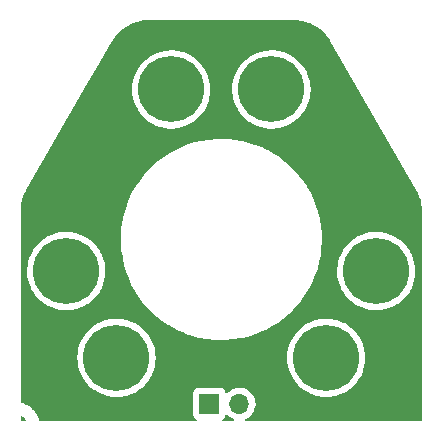
<source format=gbl>
%TF.GenerationSoftware,KiCad,Pcbnew,6.0.9-8da3e8f707~117~ubuntu22.04.1*%
%TF.CreationDate,2022-12-16T00:29:24-08:00*%
%TF.ProjectId,xyz_touch_probe,78797a5f-746f-4756-9368-5f70726f6265,rev?*%
%TF.SameCoordinates,Original*%
%TF.FileFunction,Copper,L2,Bot*%
%TF.FilePolarity,Positive*%
%FSLAX46Y46*%
G04 Gerber Fmt 4.6, Leading zero omitted, Abs format (unit mm)*
G04 Created by KiCad (PCBNEW 6.0.9-8da3e8f707~117~ubuntu22.04.1) date 2022-12-16 00:29:24*
%MOMM*%
%LPD*%
G01*
G04 APERTURE LIST*
%TA.AperFunction,ComponentPad*%
%ADD10C,5.600000*%
%TD*%
%TA.AperFunction,ComponentPad*%
%ADD11R,1.700000X1.700000*%
%TD*%
%TA.AperFunction,ComponentPad*%
%ADD12O,1.700000X1.700000*%
%TD*%
G04 APERTURE END LIST*
D10*
%TO.P,H6,1,1*%
%TO.N,Net-(H6-Pad1)*%
X156377202Y-133109652D03*
%TD*%
%TO.P,H5,1,1*%
%TO.N,Net-(H4-Pad1)*%
X160619843Y-125761182D03*
%TD*%
%TO.P,H4,1,1*%
%TO.N,Net-(H4-Pad1)*%
X151742641Y-110385417D03*
%TD*%
%TO.P,H3,1,1*%
%TO.N,Net-(H2-Pad1)*%
X143257359Y-110385417D03*
%TD*%
%TO.P,H2,1,1*%
%TO.N,Net-(H2-Pad1)*%
X134380157Y-125761182D03*
%TD*%
%TO.P,H1,1,1*%
%TO.N,Net-(H1-Pad1)*%
X138622798Y-133109652D03*
%TD*%
D11*
%TO.P,J1,1,Pin_1*%
%TO.N,Net-(H1-Pad1)*%
X146500000Y-137000000D03*
D12*
%TO.P,J1,2,Pin_2*%
%TO.N,Net-(H6-Pad1)*%
X149040000Y-137000000D03*
%TD*%
%TA.AperFunction,NonConductor*%
G36*
X130720028Y-138095014D02*
G01*
X130743415Y-138116632D01*
X130852182Y-138217176D01*
X130867611Y-138234311D01*
X130909279Y-138290111D01*
X130934011Y-138356661D01*
X130918837Y-138426017D01*
X130868575Y-138476159D01*
X130808321Y-138491500D01*
X130634500Y-138491500D01*
X130566379Y-138471498D01*
X130519886Y-138417842D01*
X130508500Y-138365500D01*
X130508500Y-138187538D01*
X130528502Y-138119417D01*
X130582158Y-138072924D01*
X130652432Y-138062820D01*
X130720028Y-138095014D01*
G37*
%TD.AperFunction*%
%TA.AperFunction,NonConductor*%
G36*
X148023150Y-137913126D02*
G01*
X148057817Y-137941114D01*
X148086250Y-137973938D01*
X148258126Y-138116632D01*
X148451000Y-138229338D01*
X148455825Y-138231180D01*
X148455826Y-138231181D01*
X148499321Y-138247790D01*
X148555824Y-138290778D01*
X148580117Y-138357489D01*
X148564487Y-138426743D01*
X148513896Y-138476554D01*
X148454372Y-138491500D01*
X147720226Y-138491500D01*
X147652105Y-138471498D01*
X147605612Y-138417842D01*
X147595508Y-138347568D01*
X147625002Y-138282988D01*
X147644661Y-138264674D01*
X147706080Y-138218643D01*
X147706081Y-138218642D01*
X147713261Y-138213261D01*
X147800615Y-138096705D01*
X147809530Y-138072924D01*
X147844598Y-137979382D01*
X147887240Y-137922618D01*
X147953802Y-137897918D01*
X148023150Y-137913126D01*
G37*
%TD.AperFunction*%
%TA.AperFunction,NonConductor*%
G36*
X153660617Y-104510000D02*
G01*
X153675450Y-104512310D01*
X153675454Y-104512310D01*
X153684323Y-104513691D01*
X153693225Y-104512527D01*
X153693229Y-104512527D01*
X153703971Y-104511122D01*
X153726302Y-104510201D01*
X154016483Y-104524024D01*
X154028419Y-104525163D01*
X154186929Y-104547953D01*
X154345440Y-104570743D01*
X154357203Y-104573011D01*
X154648873Y-104643769D01*
X154668432Y-104648514D01*
X154679936Y-104651892D01*
X154907271Y-104730573D01*
X154982587Y-104756640D01*
X154993699Y-104761088D01*
X155285055Y-104894146D01*
X155295693Y-104899631D01*
X155434372Y-104979697D01*
X155573045Y-105059760D01*
X155583132Y-105066242D01*
X155844020Y-105252019D01*
X155853438Y-105259426D01*
X156095485Y-105469161D01*
X156104139Y-105477411D01*
X156325154Y-105709206D01*
X156325159Y-105709211D01*
X156333007Y-105718268D01*
X156361172Y-105754082D01*
X156530982Y-105970013D01*
X156537937Y-105979781D01*
X156691002Y-106217956D01*
X156702516Y-106240612D01*
X156706694Y-106251410D01*
X156712149Y-106258531D01*
X156712150Y-106258534D01*
X156726050Y-106276681D01*
X156735139Y-106290297D01*
X163999047Y-118871754D01*
X164007436Y-118889281D01*
X164016097Y-118911669D01*
X164028643Y-118928048D01*
X164040373Y-118946479D01*
X164161841Y-119179811D01*
X164166486Y-119189773D01*
X164278839Y-119461008D01*
X164282598Y-119471334D01*
X164319252Y-119587579D01*
X164370889Y-119751346D01*
X164373734Y-119761963D01*
X164437284Y-120048605D01*
X164439189Y-120059410D01*
X164439190Y-120059415D01*
X164439190Y-120059417D01*
X164477515Y-120350503D01*
X164478473Y-120361452D01*
X164489621Y-120616695D01*
X164488240Y-120641581D01*
X164487690Y-120645110D01*
X164487690Y-120645115D01*
X164486309Y-120653984D01*
X164487949Y-120666523D01*
X164490436Y-120685541D01*
X164491500Y-120701880D01*
X164491500Y-138365500D01*
X164471498Y-138433621D01*
X164417842Y-138480114D01*
X164365500Y-138491500D01*
X149627160Y-138491500D01*
X149559039Y-138471498D01*
X149512546Y-138417842D01*
X149502442Y-138347568D01*
X149531936Y-138282988D01*
X149571728Y-138252349D01*
X149672929Y-138202771D01*
X149737994Y-138170896D01*
X149919860Y-138041173D01*
X150078096Y-137883489D01*
X150208453Y-137702077D01*
X150246654Y-137624784D01*
X150305136Y-137506453D01*
X150305137Y-137506451D01*
X150307430Y-137501811D01*
X150372370Y-137288069D01*
X150401529Y-137066590D01*
X150403156Y-137000000D01*
X150384852Y-136777361D01*
X150330431Y-136560702D01*
X150241354Y-136355840D01*
X150137719Y-136195644D01*
X150122822Y-136172617D01*
X150122820Y-136172614D01*
X150120014Y-136168277D01*
X149969670Y-136003051D01*
X149965619Y-135999852D01*
X149965615Y-135999848D01*
X149798414Y-135867800D01*
X149798410Y-135867798D01*
X149794359Y-135864598D01*
X149598789Y-135756638D01*
X149593920Y-135754914D01*
X149593916Y-135754912D01*
X149393087Y-135683795D01*
X149393083Y-135683794D01*
X149388212Y-135682069D01*
X149383119Y-135681162D01*
X149383116Y-135681161D01*
X149173373Y-135643800D01*
X149173367Y-135643799D01*
X149168284Y-135642894D01*
X149094452Y-135641992D01*
X148950081Y-135640228D01*
X148950079Y-135640228D01*
X148944911Y-135640165D01*
X148724091Y-135673955D01*
X148511756Y-135743357D01*
X148313607Y-135846507D01*
X148309474Y-135849610D01*
X148309471Y-135849612D01*
X148139100Y-135977530D01*
X148134965Y-135980635D01*
X148078537Y-136039684D01*
X148054283Y-136065064D01*
X147992759Y-136100494D01*
X147921846Y-136097037D01*
X147864060Y-136055791D01*
X147845207Y-136022243D01*
X147803767Y-135911703D01*
X147800615Y-135903295D01*
X147713261Y-135786739D01*
X147596705Y-135699385D01*
X147460316Y-135648255D01*
X147398134Y-135641500D01*
X145601866Y-135641500D01*
X145539684Y-135648255D01*
X145403295Y-135699385D01*
X145286739Y-135786739D01*
X145199385Y-135903295D01*
X145148255Y-136039684D01*
X145141500Y-136101866D01*
X145141500Y-137898134D01*
X145148255Y-137960316D01*
X145199385Y-138096705D01*
X145286739Y-138213261D01*
X145293919Y-138218642D01*
X145293920Y-138218643D01*
X145355339Y-138264674D01*
X145397854Y-138321533D01*
X145402880Y-138392352D01*
X145368820Y-138454645D01*
X145306489Y-138488635D01*
X145279774Y-138491500D01*
X132216537Y-138491500D01*
X132148416Y-138471498D01*
X132101923Y-138417842D01*
X132097764Y-138407560D01*
X132059893Y-138300615D01*
X132000934Y-138134119D01*
X131864907Y-137870572D01*
X131851226Y-137851105D01*
X131746487Y-137702077D01*
X131694372Y-137627925D01*
X131581493Y-137506453D01*
X131495404Y-137413810D01*
X131495401Y-137413808D01*
X131492483Y-137410667D01*
X131489168Y-137407953D01*
X131489164Y-137407950D01*
X131266295Y-137225534D01*
X131262977Y-137222818D01*
X131010101Y-137067856D01*
X130999586Y-137063240D01*
X130742465Y-136950372D01*
X130738533Y-136948646D01*
X130711776Y-136941024D01*
X130599981Y-136909178D01*
X130539946Y-136871279D01*
X130509932Y-136806939D01*
X130508500Y-136787999D01*
X130508500Y-133098086D01*
X135309459Y-133098086D01*
X135327590Y-133455992D01*
X135328127Y-133459347D01*
X135328128Y-133459353D01*
X135333114Y-133490480D01*
X135384268Y-133809847D01*
X135478831Y-134155511D01*
X135610172Y-134488940D01*
X135776755Y-134806234D01*
X135778656Y-134809063D01*
X135778662Y-134809073D01*
X135962367Y-135082452D01*
X135976632Y-135103681D01*
X136207463Y-135377802D01*
X136466549Y-135625390D01*
X136750859Y-135843549D01*
X136781372Y-135862101D01*
X137054153Y-136027955D01*
X137054158Y-136027958D01*
X137057068Y-136029727D01*
X137060156Y-136031173D01*
X137060155Y-136031173D01*
X137378508Y-136180301D01*
X137378518Y-136180305D01*
X137381592Y-136181745D01*
X137384810Y-136182847D01*
X137384813Y-136182848D01*
X137717413Y-136296723D01*
X137717421Y-136296725D01*
X137720636Y-136297826D01*
X138070233Y-136376611D01*
X138122526Y-136382569D01*
X138422912Y-136416794D01*
X138422920Y-136416794D01*
X138426295Y-136417179D01*
X138429699Y-136417197D01*
X138429702Y-136417197D01*
X138624025Y-136418214D01*
X138784655Y-136419055D01*
X138788041Y-136418705D01*
X138788043Y-136418705D01*
X139137730Y-136382569D01*
X139137739Y-136382568D01*
X139141122Y-136382218D01*
X139144455Y-136381504D01*
X139144458Y-136381503D01*
X139316984Y-136344516D01*
X139491525Y-136307098D01*
X139831766Y-136194574D01*
X140157864Y-136045963D01*
X140273118Y-135977530D01*
X140463060Y-135864751D01*
X140463065Y-135864748D01*
X140466005Y-135863002D01*
X140487975Y-135846507D01*
X140627497Y-135741750D01*
X140752584Y-135647832D01*
X141014249Y-135402971D01*
X141247938Y-135131282D01*
X141354548Y-134976164D01*
X141448988Y-134838753D01*
X141448993Y-134838746D01*
X141450918Y-134835944D01*
X141452530Y-134832950D01*
X141452535Y-134832942D01*
X141619193Y-134523424D01*
X141620815Y-134520412D01*
X141755640Y-134188376D01*
X141765940Y-134152220D01*
X141786325Y-134080658D01*
X141853818Y-133843722D01*
X141914199Y-133490480D01*
X141916309Y-133455992D01*
X141935966Y-133134580D01*
X141936076Y-133132783D01*
X141936157Y-133109652D01*
X141935531Y-133098086D01*
X153063863Y-133098086D01*
X153081994Y-133455992D01*
X153082531Y-133459347D01*
X153082532Y-133459353D01*
X153087518Y-133490480D01*
X153138672Y-133809847D01*
X153233235Y-134155511D01*
X153364576Y-134488940D01*
X153531159Y-134806234D01*
X153533060Y-134809063D01*
X153533066Y-134809073D01*
X153716771Y-135082452D01*
X153731036Y-135103681D01*
X153961867Y-135377802D01*
X154220953Y-135625390D01*
X154505263Y-135843549D01*
X154535776Y-135862101D01*
X154808557Y-136027955D01*
X154808562Y-136027958D01*
X154811472Y-136029727D01*
X154814560Y-136031173D01*
X154814559Y-136031173D01*
X155132912Y-136180301D01*
X155132922Y-136180305D01*
X155135996Y-136181745D01*
X155139214Y-136182847D01*
X155139217Y-136182848D01*
X155471817Y-136296723D01*
X155471825Y-136296725D01*
X155475040Y-136297826D01*
X155824637Y-136376611D01*
X155876930Y-136382569D01*
X156177316Y-136416794D01*
X156177324Y-136416794D01*
X156180699Y-136417179D01*
X156184103Y-136417197D01*
X156184106Y-136417197D01*
X156378429Y-136418214D01*
X156539059Y-136419055D01*
X156542445Y-136418705D01*
X156542447Y-136418705D01*
X156892134Y-136382569D01*
X156892143Y-136382568D01*
X156895526Y-136382218D01*
X156898859Y-136381504D01*
X156898862Y-136381503D01*
X157071388Y-136344516D01*
X157245929Y-136307098D01*
X157586170Y-136194574D01*
X157912268Y-136045963D01*
X158027522Y-135977530D01*
X158217464Y-135864751D01*
X158217469Y-135864748D01*
X158220409Y-135863002D01*
X158242379Y-135846507D01*
X158381901Y-135741750D01*
X158506988Y-135647832D01*
X158768653Y-135402971D01*
X159002342Y-135131282D01*
X159108952Y-134976164D01*
X159203392Y-134838753D01*
X159203397Y-134838746D01*
X159205322Y-134835944D01*
X159206934Y-134832950D01*
X159206939Y-134832942D01*
X159373597Y-134523424D01*
X159375219Y-134520412D01*
X159510044Y-134188376D01*
X159520344Y-134152220D01*
X159540729Y-134080658D01*
X159608222Y-133843722D01*
X159668603Y-133490480D01*
X159670713Y-133455992D01*
X159690370Y-133134580D01*
X159690480Y-133132783D01*
X159690561Y-133109652D01*
X159671181Y-132751811D01*
X159613268Y-132398157D01*
X159517499Y-132052825D01*
X159514445Y-132045149D01*
X159386254Y-131723021D01*
X159384995Y-131719857D01*
X159305132Y-131569022D01*
X159218904Y-131406165D01*
X159218900Y-131406158D01*
X159217305Y-131403146D01*
X159016392Y-131106398D01*
X158784605Y-130833084D01*
X158524656Y-130586402D01*
X158239586Y-130369237D01*
X158236674Y-130367480D01*
X158236669Y-130367477D01*
X157935645Y-130185888D01*
X157935639Y-130185885D01*
X157932730Y-130184130D01*
X157607677Y-130033245D01*
X157425666Y-129971638D01*
X157271457Y-129919441D01*
X157271452Y-129919440D01*
X157268230Y-129918349D01*
X157069883Y-129874376D01*
X156921695Y-129841523D01*
X156921689Y-129841522D01*
X156918360Y-129840784D01*
X156914971Y-129840410D01*
X156914966Y-129840409D01*
X156565540Y-129801832D01*
X156565535Y-129801832D01*
X156562159Y-129801459D01*
X156558760Y-129801453D01*
X156558759Y-129801453D01*
X156389282Y-129801157D01*
X156203794Y-129800834D01*
X156090615Y-129812929D01*
X155850841Y-129838553D01*
X155850833Y-129838554D01*
X155847458Y-129838915D01*
X155497319Y-129915258D01*
X155157473Y-130028969D01*
X155154380Y-130030391D01*
X155154379Y-130030392D01*
X155148176Y-130033245D01*
X154831896Y-130178718D01*
X154524395Y-130362753D01*
X154521669Y-130364815D01*
X154521667Y-130364816D01*
X154241764Y-130576506D01*
X154238569Y-130578922D01*
X154236084Y-130581264D01*
X154236079Y-130581268D01*
X154138828Y-130672913D01*
X153977761Y-130824695D01*
X153745021Y-131097198D01*
X153743102Y-131100010D01*
X153743099Y-131100015D01*
X153706645Y-131153455D01*
X153543073Y-131393243D01*
X153374279Y-131709366D01*
X153240613Y-132041870D01*
X153239693Y-132045144D01*
X153239691Y-132045149D01*
X153237534Y-132052825D01*
X153143639Y-132386865D01*
X153084492Y-132740315D01*
X153063863Y-133098086D01*
X141935531Y-133098086D01*
X141916777Y-132751811D01*
X141858864Y-132398157D01*
X141763095Y-132052825D01*
X141760041Y-132045149D01*
X141631850Y-131723021D01*
X141630591Y-131719857D01*
X141550728Y-131569022D01*
X141464500Y-131406165D01*
X141464496Y-131406158D01*
X141462901Y-131403146D01*
X141261988Y-131106398D01*
X141030201Y-130833084D01*
X140770252Y-130586402D01*
X140485182Y-130369237D01*
X140482270Y-130367480D01*
X140482265Y-130367477D01*
X140181241Y-130185888D01*
X140181235Y-130185885D01*
X140178326Y-130184130D01*
X139853273Y-130033245D01*
X139671262Y-129971638D01*
X139517053Y-129919441D01*
X139517048Y-129919440D01*
X139513826Y-129918349D01*
X139315479Y-129874376D01*
X139167291Y-129841523D01*
X139167285Y-129841522D01*
X139163956Y-129840784D01*
X139160567Y-129840410D01*
X139160562Y-129840409D01*
X138811136Y-129801832D01*
X138811131Y-129801832D01*
X138807755Y-129801459D01*
X138804356Y-129801453D01*
X138804355Y-129801453D01*
X138634878Y-129801157D01*
X138449390Y-129800834D01*
X138336211Y-129812929D01*
X138096437Y-129838553D01*
X138096429Y-129838554D01*
X138093054Y-129838915D01*
X137742915Y-129915258D01*
X137403069Y-130028969D01*
X137399976Y-130030391D01*
X137399975Y-130030392D01*
X137393772Y-130033245D01*
X137077492Y-130178718D01*
X136769991Y-130362753D01*
X136767265Y-130364815D01*
X136767263Y-130364816D01*
X136487360Y-130576506D01*
X136484165Y-130578922D01*
X136481680Y-130581264D01*
X136481675Y-130581268D01*
X136384424Y-130672913D01*
X136223357Y-130824695D01*
X135990617Y-131097198D01*
X135988698Y-131100010D01*
X135988695Y-131100015D01*
X135952241Y-131153455D01*
X135788669Y-131393243D01*
X135619875Y-131709366D01*
X135486209Y-132041870D01*
X135485289Y-132045144D01*
X135485287Y-132045149D01*
X135483130Y-132052825D01*
X135389235Y-132386865D01*
X135330088Y-132740315D01*
X135309459Y-133098086D01*
X130508500Y-133098086D01*
X130508500Y-125749616D01*
X131066818Y-125749616D01*
X131084949Y-126107522D01*
X131085486Y-126110877D01*
X131085487Y-126110883D01*
X131090473Y-126142010D01*
X131141627Y-126461377D01*
X131236190Y-126807041D01*
X131367531Y-127140470D01*
X131392215Y-127187487D01*
X131513827Y-127419122D01*
X131534114Y-127457764D01*
X131536015Y-127460593D01*
X131536021Y-127460603D01*
X131660137Y-127645305D01*
X131733991Y-127755211D01*
X131964822Y-128029332D01*
X132223908Y-128276920D01*
X132508218Y-128495079D01*
X132540213Y-128514532D01*
X132811512Y-128679485D01*
X132811517Y-128679488D01*
X132814427Y-128681257D01*
X132817515Y-128682703D01*
X132817514Y-128682703D01*
X133135867Y-128831831D01*
X133135877Y-128831835D01*
X133138951Y-128833275D01*
X133142169Y-128834377D01*
X133142172Y-128834378D01*
X133474772Y-128948253D01*
X133474780Y-128948255D01*
X133477995Y-128949356D01*
X133827592Y-129028141D01*
X133879885Y-129034099D01*
X134180271Y-129068324D01*
X134180279Y-129068324D01*
X134183654Y-129068709D01*
X134187058Y-129068727D01*
X134187061Y-129068727D01*
X134381384Y-129069744D01*
X134542014Y-129070585D01*
X134545400Y-129070235D01*
X134545402Y-129070235D01*
X134895089Y-129034099D01*
X134895098Y-129034098D01*
X134898481Y-129033748D01*
X134901814Y-129033034D01*
X134901817Y-129033033D01*
X135074343Y-128996046D01*
X135248884Y-128958628D01*
X135589125Y-128846104D01*
X135915223Y-128697493D01*
X136109602Y-128582079D01*
X136220419Y-128516281D01*
X136220424Y-128516278D01*
X136223364Y-128514532D01*
X136509943Y-128299362D01*
X136771608Y-128054501D01*
X137005297Y-127782812D01*
X137200093Y-127499382D01*
X137206347Y-127490283D01*
X137206352Y-127490276D01*
X137208277Y-127487474D01*
X137209889Y-127484480D01*
X137209894Y-127484472D01*
X137376552Y-127174954D01*
X137378174Y-127171942D01*
X137484262Y-126910678D01*
X137511719Y-126843059D01*
X137511721Y-126843054D01*
X137512999Y-126839906D01*
X137523299Y-126803750D01*
X137583927Y-126590913D01*
X137611177Y-126495252D01*
X137671558Y-126142010D01*
X137673668Y-126107522D01*
X137693325Y-125786110D01*
X137693435Y-125784313D01*
X137693516Y-125761182D01*
X137674136Y-125403341D01*
X137616223Y-125049687D01*
X137520454Y-124704355D01*
X137517400Y-124696679D01*
X137389209Y-124374551D01*
X137387950Y-124371387D01*
X137272022Y-124152437D01*
X137221859Y-124057695D01*
X137221855Y-124057688D01*
X137220260Y-124054676D01*
X137019347Y-123757928D01*
X136787560Y-123484614D01*
X136527611Y-123237932D01*
X136242541Y-123020767D01*
X136239629Y-123019010D01*
X136239624Y-123019007D01*
X136201926Y-122996266D01*
X138987004Y-122996266D01*
X138990337Y-123137717D01*
X138999268Y-123516658D01*
X139000654Y-123575486D01*
X139000852Y-123577639D01*
X139044426Y-124051851D01*
X139053668Y-124152437D01*
X139054010Y-124154560D01*
X139141329Y-124696679D01*
X139145801Y-124724446D01*
X139276626Y-125288863D01*
X139445537Y-125843076D01*
X139651752Y-126384517D01*
X139652655Y-126386475D01*
X139652658Y-126386483D01*
X139765528Y-126631315D01*
X139894316Y-126910678D01*
X140172105Y-127419122D01*
X140483832Y-127907496D01*
X140828055Y-128373536D01*
X140829451Y-128375179D01*
X140829454Y-128375183D01*
X141104482Y-128698911D01*
X141203178Y-128815084D01*
X141204675Y-128816621D01*
X141204678Y-128816624D01*
X141605971Y-129228563D01*
X141605980Y-129228572D01*
X141607465Y-129230096D01*
X142039042Y-129616649D01*
X142040722Y-129617959D01*
X142494225Y-129971638D01*
X142494237Y-129971647D01*
X142495912Y-129972953D01*
X142975958Y-130297358D01*
X143088544Y-130362753D01*
X143475109Y-130587288D01*
X143475118Y-130587293D01*
X143476957Y-130588361D01*
X143725697Y-130711026D01*
X143978484Y-130835687D01*
X143996588Y-130844615D01*
X144252769Y-130949944D01*
X144530474Y-131064123D01*
X144530484Y-131064127D01*
X144532445Y-131064933D01*
X144797780Y-131153455D01*
X145080019Y-131247617D01*
X145080026Y-131247619D01*
X145082046Y-131248293D01*
X145642846Y-131393848D01*
X145644943Y-131394242D01*
X145644946Y-131394243D01*
X145708345Y-131406165D01*
X146212247Y-131500923D01*
X146214354Y-131501172D01*
X146214358Y-131501173D01*
X146423894Y-131525973D01*
X146787612Y-131569022D01*
X146789758Y-131569129D01*
X146789760Y-131569129D01*
X147364143Y-131597724D01*
X147364149Y-131597724D01*
X147366276Y-131597830D01*
X147368405Y-131597791D01*
X147368407Y-131597791D01*
X147514164Y-131595120D01*
X147945560Y-131587213D01*
X148325116Y-131554340D01*
X148520635Y-131537406D01*
X148520639Y-131537406D01*
X148522781Y-131537220D01*
X149095264Y-131448083D01*
X149350058Y-131390429D01*
X149658274Y-131320687D01*
X149658280Y-131320685D01*
X149660359Y-131320215D01*
X150215448Y-131154208D01*
X150217445Y-131153459D01*
X150217458Y-131153455D01*
X150574739Y-131019517D01*
X150757961Y-130950831D01*
X150989770Y-130845434D01*
X151283442Y-130711910D01*
X151283456Y-130711903D01*
X151285385Y-130711026D01*
X151287256Y-130710017D01*
X151287265Y-130710012D01*
X151793381Y-130436926D01*
X151793380Y-130436926D01*
X151795277Y-130435903D01*
X152285276Y-130126737D01*
X152287001Y-130125477D01*
X152287011Y-130125470D01*
X152751381Y-129786224D01*
X152751389Y-129786218D01*
X152753112Y-129784959D01*
X153196619Y-129412153D01*
X153198147Y-129410680D01*
X153198157Y-129410671D01*
X153589154Y-129033748D01*
X153613742Y-129010045D01*
X154002549Y-128580497D01*
X154240235Y-128278995D01*
X154359916Y-128127180D01*
X154359919Y-128127176D01*
X154361241Y-128125499D01*
X154511474Y-127905679D01*
X154686939Y-127648939D01*
X154686946Y-127648928D01*
X154688155Y-127647159D01*
X154981777Y-127147690D01*
X155240748Y-126629408D01*
X155241565Y-126627450D01*
X155241571Y-126627437D01*
X155463045Y-126096685D01*
X155463048Y-126096677D01*
X155463868Y-126094712D01*
X155581012Y-125749616D01*
X157306504Y-125749616D01*
X157324635Y-126107522D01*
X157325172Y-126110877D01*
X157325173Y-126110883D01*
X157330159Y-126142010D01*
X157381313Y-126461377D01*
X157475876Y-126807041D01*
X157607217Y-127140470D01*
X157631901Y-127187487D01*
X157753513Y-127419122D01*
X157773800Y-127457764D01*
X157775701Y-127460593D01*
X157775707Y-127460603D01*
X157899823Y-127645305D01*
X157973677Y-127755211D01*
X158204508Y-128029332D01*
X158463594Y-128276920D01*
X158747904Y-128495079D01*
X158779899Y-128514532D01*
X159051198Y-128679485D01*
X159051203Y-128679488D01*
X159054113Y-128681257D01*
X159057201Y-128682703D01*
X159057200Y-128682703D01*
X159375553Y-128831831D01*
X159375563Y-128831835D01*
X159378637Y-128833275D01*
X159381855Y-128834377D01*
X159381858Y-128834378D01*
X159714458Y-128948253D01*
X159714466Y-128948255D01*
X159717681Y-128949356D01*
X160067278Y-129028141D01*
X160119571Y-129034099D01*
X160419957Y-129068324D01*
X160419965Y-129068324D01*
X160423340Y-129068709D01*
X160426744Y-129068727D01*
X160426747Y-129068727D01*
X160621070Y-129069744D01*
X160781700Y-129070585D01*
X160785086Y-129070235D01*
X160785088Y-129070235D01*
X161134775Y-129034099D01*
X161134784Y-129034098D01*
X161138167Y-129033748D01*
X161141500Y-129033034D01*
X161141503Y-129033033D01*
X161314029Y-128996046D01*
X161488570Y-128958628D01*
X161828811Y-128846104D01*
X162154909Y-128697493D01*
X162349288Y-128582079D01*
X162460105Y-128516281D01*
X162460110Y-128516278D01*
X162463050Y-128514532D01*
X162749629Y-128299362D01*
X163011294Y-128054501D01*
X163244983Y-127782812D01*
X163439779Y-127499382D01*
X163446033Y-127490283D01*
X163446038Y-127490276D01*
X163447963Y-127487474D01*
X163449575Y-127484480D01*
X163449580Y-127484472D01*
X163616238Y-127174954D01*
X163617860Y-127171942D01*
X163723948Y-126910678D01*
X163751405Y-126843059D01*
X163751407Y-126843054D01*
X163752685Y-126839906D01*
X163762985Y-126803750D01*
X163823613Y-126590913D01*
X163850863Y-126495252D01*
X163911244Y-126142010D01*
X163913354Y-126107522D01*
X163933011Y-125786110D01*
X163933121Y-125784313D01*
X163933202Y-125761182D01*
X163913822Y-125403341D01*
X163855909Y-125049687D01*
X163760140Y-124704355D01*
X163757086Y-124696679D01*
X163628895Y-124374551D01*
X163627636Y-124371387D01*
X163511708Y-124152437D01*
X163461545Y-124057695D01*
X163461541Y-124057688D01*
X163459946Y-124054676D01*
X163259033Y-123757928D01*
X163027246Y-123484614D01*
X162767297Y-123237932D01*
X162482227Y-123020767D01*
X162479315Y-123019010D01*
X162479310Y-123019007D01*
X162178286Y-122837418D01*
X162178280Y-122837415D01*
X162175371Y-122835660D01*
X161850318Y-122684775D01*
X161605689Y-122601973D01*
X161514098Y-122570971D01*
X161514093Y-122570970D01*
X161510871Y-122569879D01*
X161312524Y-122525906D01*
X161164336Y-122493053D01*
X161164330Y-122493052D01*
X161161001Y-122492314D01*
X161157612Y-122491940D01*
X161157607Y-122491939D01*
X160808181Y-122453362D01*
X160808176Y-122453362D01*
X160804800Y-122452989D01*
X160801401Y-122452983D01*
X160801400Y-122452983D01*
X160631923Y-122452687D01*
X160446435Y-122452364D01*
X160333256Y-122464459D01*
X160093482Y-122490083D01*
X160093474Y-122490084D01*
X160090099Y-122490445D01*
X159739960Y-122566788D01*
X159400114Y-122680499D01*
X159397021Y-122681921D01*
X159397020Y-122681922D01*
X159390817Y-122684775D01*
X159074537Y-122830248D01*
X158767036Y-123014283D01*
X158764310Y-123016345D01*
X158764308Y-123016346D01*
X158758463Y-123020767D01*
X158481210Y-123230452D01*
X158220402Y-123476225D01*
X157987662Y-123748728D01*
X157985743Y-123751540D01*
X157985740Y-123751545D01*
X157922440Y-123844340D01*
X157785714Y-124044773D01*
X157616920Y-124360896D01*
X157483254Y-124693400D01*
X157482334Y-124696674D01*
X157482332Y-124696679D01*
X157400411Y-124988123D01*
X157386280Y-125038395D01*
X157385718Y-125041752D01*
X157385718Y-125041753D01*
X157344027Y-125290893D01*
X157327133Y-125391845D01*
X157306504Y-125749616D01*
X155581012Y-125749616D01*
X155650104Y-125546079D01*
X155798593Y-124986049D01*
X155847669Y-124732395D01*
X155908238Y-124419337D01*
X155908240Y-124419327D01*
X155908648Y-124417216D01*
X155913925Y-124374551D01*
X155941131Y-124154560D01*
X155979759Y-123842215D01*
X156011596Y-123263710D01*
X156011842Y-123240273D01*
X156013448Y-123086810D01*
X156013463Y-123085417D01*
X156011202Y-123019007D01*
X155993821Y-122508502D01*
X155993820Y-122508489D01*
X155993748Y-122506371D01*
X155934695Y-121930007D01*
X155836577Y-121358995D01*
X155836073Y-121356920D01*
X155836070Y-121356905D01*
X155700355Y-120798061D01*
X155700354Y-120798057D01*
X155699849Y-120795978D01*
X155673391Y-120712317D01*
X155560687Y-120355955D01*
X155525143Y-120243565D01*
X155450650Y-120053966D01*
X155314054Y-119706308D01*
X155314052Y-119706304D01*
X155313270Y-119704313D01*
X155065210Y-119180721D01*
X155064162Y-119178850D01*
X155064156Y-119178838D01*
X154783162Y-118677088D01*
X154782112Y-118675213D01*
X154731298Y-118597412D01*
X154466455Y-118191919D01*
X154466452Y-118191915D01*
X154465287Y-118190131D01*
X154116203Y-117727721D01*
X153736477Y-117290125D01*
X153327866Y-116879370D01*
X152892265Y-116497357D01*
X152820569Y-116442640D01*
X152433396Y-116147160D01*
X152431689Y-116145857D01*
X151948272Y-115826497D01*
X151444254Y-115540756D01*
X151357225Y-115498965D01*
X150923899Y-115290884D01*
X150923893Y-115290881D01*
X150921968Y-115289957D01*
X150919988Y-115289167D01*
X150919981Y-115289164D01*
X150385811Y-115076052D01*
X150385807Y-115076051D01*
X150383833Y-115075263D01*
X149832342Y-114897668D01*
X149830279Y-114897155D01*
X149830270Y-114897153D01*
X149272133Y-114758512D01*
X149270048Y-114757994D01*
X148699557Y-114656887D01*
X148697445Y-114656659D01*
X148697442Y-114656659D01*
X148125649Y-114595047D01*
X148125638Y-114595046D01*
X148123511Y-114594817D01*
X147544576Y-114572071D01*
X147542457Y-114572132D01*
X147542447Y-114572132D01*
X146967580Y-114588691D01*
X146967574Y-114588691D01*
X146965435Y-114588753D01*
X146963303Y-114588960D01*
X146963290Y-114588961D01*
X146577569Y-114626442D01*
X146388770Y-114644788D01*
X146386651Y-114645141D01*
X146386641Y-114645142D01*
X145819354Y-114739565D01*
X145819350Y-114739566D01*
X145817252Y-114739915D01*
X145253527Y-114873693D01*
X145251470Y-114874332D01*
X145251469Y-114874332D01*
X144702263Y-115044865D01*
X144702255Y-115044868D01*
X144700206Y-115045504D01*
X144159852Y-115254551D01*
X143634969Y-115499866D01*
X143127986Y-115780313D01*
X142641251Y-116094594D01*
X142177020Y-116441252D01*
X141737441Y-116818682D01*
X141735915Y-116820185D01*
X141735912Y-116820187D01*
X141675792Y-116879370D01*
X141324552Y-117225136D01*
X140940264Y-117658731D01*
X140586357Y-118117460D01*
X140585158Y-118119255D01*
X140585154Y-118119260D01*
X140382949Y-118421882D01*
X140264470Y-118599198D01*
X139976094Y-119101714D01*
X139722565Y-119622680D01*
X139505056Y-120159683D01*
X139477558Y-120243565D01*
X139327315Y-120701880D01*
X139324575Y-120710237D01*
X139181959Y-121271791D01*
X139077867Y-121841745D01*
X139077624Y-121843893D01*
X139077624Y-121843894D01*
X139052209Y-122068704D01*
X139012781Y-122417458D01*
X138987004Y-122996266D01*
X136201926Y-122996266D01*
X135938600Y-122837418D01*
X135938594Y-122837415D01*
X135935685Y-122835660D01*
X135610632Y-122684775D01*
X135366003Y-122601973D01*
X135274412Y-122570971D01*
X135274407Y-122570970D01*
X135271185Y-122569879D01*
X135072838Y-122525906D01*
X134924650Y-122493053D01*
X134924644Y-122493052D01*
X134921315Y-122492314D01*
X134917926Y-122491940D01*
X134917921Y-122491939D01*
X134568495Y-122453362D01*
X134568490Y-122453362D01*
X134565114Y-122452989D01*
X134561715Y-122452983D01*
X134561714Y-122452983D01*
X134392237Y-122452687D01*
X134206749Y-122452364D01*
X134093570Y-122464459D01*
X133853796Y-122490083D01*
X133853788Y-122490084D01*
X133850413Y-122490445D01*
X133500274Y-122566788D01*
X133160428Y-122680499D01*
X133157335Y-122681921D01*
X133157334Y-122681922D01*
X133151131Y-122684775D01*
X132834851Y-122830248D01*
X132527350Y-123014283D01*
X132524624Y-123016345D01*
X132524622Y-123016346D01*
X132518777Y-123020767D01*
X132241524Y-123230452D01*
X131980716Y-123476225D01*
X131747976Y-123748728D01*
X131746057Y-123751540D01*
X131746054Y-123751545D01*
X131682754Y-123844340D01*
X131546028Y-124044773D01*
X131377234Y-124360896D01*
X131243568Y-124693400D01*
X131242648Y-124696674D01*
X131242646Y-124696679D01*
X131160725Y-124988123D01*
X131146594Y-125038395D01*
X131146032Y-125041752D01*
X131146032Y-125041753D01*
X131104341Y-125290893D01*
X131087447Y-125391845D01*
X131066818Y-125749616D01*
X130508500Y-125749616D01*
X130508500Y-120709614D01*
X130510000Y-120690230D01*
X130512310Y-120675396D01*
X130512310Y-120675393D01*
X130513691Y-120666523D01*
X130511016Y-120646065D01*
X130510072Y-120624236D01*
X130521543Y-120361442D01*
X130522501Y-120350491D01*
X130560821Y-120059415D01*
X130562730Y-120048589D01*
X130626274Y-119761963D01*
X130629119Y-119751345D01*
X130717406Y-119471345D01*
X130721166Y-119461015D01*
X130833521Y-119189778D01*
X130838167Y-119179815D01*
X130956226Y-118953039D01*
X130969859Y-118932186D01*
X130971993Y-118929536D01*
X130971994Y-118929535D01*
X130977623Y-118922546D01*
X130985616Y-118903298D01*
X130989836Y-118893137D01*
X130997082Y-118878461D01*
X135907220Y-110373851D01*
X139944020Y-110373851D01*
X139962151Y-110731757D01*
X139962688Y-110735112D01*
X139962689Y-110735118D01*
X139967675Y-110766245D01*
X140018829Y-111085612D01*
X140113392Y-111431276D01*
X140244733Y-111764705D01*
X140411316Y-112081999D01*
X140413217Y-112084828D01*
X140413223Y-112084838D01*
X140596928Y-112358217D01*
X140611193Y-112379446D01*
X140842024Y-112653567D01*
X141101110Y-112901155D01*
X141385420Y-113119314D01*
X141417415Y-113138767D01*
X141688714Y-113303720D01*
X141688719Y-113303723D01*
X141691629Y-113305492D01*
X141694717Y-113306938D01*
X141694716Y-113306938D01*
X142013069Y-113456066D01*
X142013079Y-113456070D01*
X142016153Y-113457510D01*
X142019371Y-113458612D01*
X142019374Y-113458613D01*
X142351974Y-113572488D01*
X142351982Y-113572490D01*
X142355197Y-113573591D01*
X142704794Y-113652376D01*
X142757087Y-113658334D01*
X143057473Y-113692559D01*
X143057481Y-113692559D01*
X143060856Y-113692944D01*
X143064260Y-113692962D01*
X143064263Y-113692962D01*
X143258586Y-113693979D01*
X143419216Y-113694820D01*
X143422602Y-113694470D01*
X143422604Y-113694470D01*
X143772291Y-113658334D01*
X143772300Y-113658333D01*
X143775683Y-113657983D01*
X143779016Y-113657269D01*
X143779019Y-113657268D01*
X143951545Y-113620281D01*
X144126086Y-113582863D01*
X144466327Y-113470339D01*
X144792425Y-113321728D01*
X144886411Y-113265923D01*
X145097621Y-113140516D01*
X145097626Y-113140513D01*
X145100566Y-113138767D01*
X145387145Y-112923597D01*
X145648810Y-112678736D01*
X145882499Y-112407047D01*
X145989109Y-112251929D01*
X146083549Y-112114518D01*
X146083554Y-112114511D01*
X146085479Y-112111709D01*
X146087091Y-112108715D01*
X146087096Y-112108707D01*
X146253754Y-111799189D01*
X146255376Y-111796177D01*
X146390201Y-111464141D01*
X146400501Y-111427985D01*
X146420886Y-111356423D01*
X146488379Y-111119487D01*
X146548760Y-110766245D01*
X146550870Y-110731757D01*
X146570527Y-110410345D01*
X146570637Y-110408548D01*
X146570718Y-110385417D01*
X146570092Y-110373851D01*
X148429302Y-110373851D01*
X148447433Y-110731757D01*
X148447970Y-110735112D01*
X148447971Y-110735118D01*
X148452957Y-110766245D01*
X148504111Y-111085612D01*
X148598674Y-111431276D01*
X148730015Y-111764705D01*
X148896598Y-112081999D01*
X148898499Y-112084828D01*
X148898505Y-112084838D01*
X149082210Y-112358217D01*
X149096475Y-112379446D01*
X149327306Y-112653567D01*
X149586392Y-112901155D01*
X149870702Y-113119314D01*
X149902697Y-113138767D01*
X150173996Y-113303720D01*
X150174001Y-113303723D01*
X150176911Y-113305492D01*
X150179999Y-113306938D01*
X150179998Y-113306938D01*
X150498351Y-113456066D01*
X150498361Y-113456070D01*
X150501435Y-113457510D01*
X150504653Y-113458612D01*
X150504656Y-113458613D01*
X150837256Y-113572488D01*
X150837264Y-113572490D01*
X150840479Y-113573591D01*
X151190076Y-113652376D01*
X151242369Y-113658334D01*
X151542755Y-113692559D01*
X151542763Y-113692559D01*
X151546138Y-113692944D01*
X151549542Y-113692962D01*
X151549545Y-113692962D01*
X151743868Y-113693979D01*
X151904498Y-113694820D01*
X151907884Y-113694470D01*
X151907886Y-113694470D01*
X152257573Y-113658334D01*
X152257582Y-113658333D01*
X152260965Y-113657983D01*
X152264298Y-113657269D01*
X152264301Y-113657268D01*
X152436827Y-113620281D01*
X152611368Y-113582863D01*
X152951609Y-113470339D01*
X153277707Y-113321728D01*
X153371693Y-113265923D01*
X153582903Y-113140516D01*
X153582908Y-113140513D01*
X153585848Y-113138767D01*
X153872427Y-112923597D01*
X154134092Y-112678736D01*
X154367781Y-112407047D01*
X154474391Y-112251929D01*
X154568831Y-112114518D01*
X154568836Y-112114511D01*
X154570761Y-112111709D01*
X154572373Y-112108715D01*
X154572378Y-112108707D01*
X154739036Y-111799189D01*
X154740658Y-111796177D01*
X154875483Y-111464141D01*
X154885783Y-111427985D01*
X154906168Y-111356423D01*
X154973661Y-111119487D01*
X155034042Y-110766245D01*
X155036152Y-110731757D01*
X155055809Y-110410345D01*
X155055919Y-110408548D01*
X155056000Y-110385417D01*
X155036620Y-110027576D01*
X154978707Y-109673922D01*
X154882938Y-109328590D01*
X154879884Y-109320914D01*
X154751693Y-108998786D01*
X154750434Y-108995622D01*
X154720409Y-108938915D01*
X154584343Y-108681930D01*
X154584339Y-108681923D01*
X154582744Y-108678911D01*
X154381831Y-108382163D01*
X154150044Y-108108849D01*
X153890095Y-107862167D01*
X153605025Y-107645002D01*
X153602113Y-107643245D01*
X153602108Y-107643242D01*
X153301084Y-107461653D01*
X153301078Y-107461650D01*
X153298169Y-107459895D01*
X152973116Y-107309010D01*
X152803393Y-107251562D01*
X152636896Y-107195206D01*
X152636891Y-107195205D01*
X152633669Y-107194114D01*
X152435322Y-107150141D01*
X152287134Y-107117288D01*
X152287128Y-107117287D01*
X152283799Y-107116549D01*
X152280410Y-107116175D01*
X152280405Y-107116174D01*
X151930979Y-107077597D01*
X151930974Y-107077597D01*
X151927598Y-107077224D01*
X151924199Y-107077218D01*
X151924198Y-107077218D01*
X151754721Y-107076922D01*
X151569233Y-107076599D01*
X151456054Y-107088694D01*
X151216280Y-107114318D01*
X151216272Y-107114319D01*
X151212897Y-107114680D01*
X150862758Y-107191023D01*
X150522912Y-107304734D01*
X150519819Y-107306156D01*
X150519818Y-107306157D01*
X150513615Y-107309010D01*
X150197335Y-107454483D01*
X149889834Y-107638518D01*
X149887108Y-107640580D01*
X149887106Y-107640581D01*
X149881261Y-107645002D01*
X149604008Y-107854687D01*
X149343200Y-108100460D01*
X149110460Y-108372963D01*
X149108541Y-108375775D01*
X149108538Y-108375780D01*
X149015265Y-108512514D01*
X148908512Y-108669008D01*
X148739718Y-108985131D01*
X148606052Y-109317635D01*
X148605132Y-109320909D01*
X148605130Y-109320914D01*
X148602973Y-109328590D01*
X148509078Y-109662630D01*
X148449931Y-110016080D01*
X148429302Y-110373851D01*
X146570092Y-110373851D01*
X146551338Y-110027576D01*
X146493425Y-109673922D01*
X146397656Y-109328590D01*
X146394602Y-109320914D01*
X146266411Y-108998786D01*
X146265152Y-108995622D01*
X146235127Y-108938915D01*
X146099061Y-108681930D01*
X146099057Y-108681923D01*
X146097462Y-108678911D01*
X145896549Y-108382163D01*
X145664762Y-108108849D01*
X145404813Y-107862167D01*
X145119743Y-107645002D01*
X145116831Y-107643245D01*
X145116826Y-107643242D01*
X144815802Y-107461653D01*
X144815796Y-107461650D01*
X144812887Y-107459895D01*
X144487834Y-107309010D01*
X144318111Y-107251562D01*
X144151614Y-107195206D01*
X144151609Y-107195205D01*
X144148387Y-107194114D01*
X143950040Y-107150141D01*
X143801852Y-107117288D01*
X143801846Y-107117287D01*
X143798517Y-107116549D01*
X143795128Y-107116175D01*
X143795123Y-107116174D01*
X143445697Y-107077597D01*
X143445692Y-107077597D01*
X143442316Y-107077224D01*
X143438917Y-107077218D01*
X143438916Y-107077218D01*
X143269439Y-107076922D01*
X143083951Y-107076599D01*
X142970772Y-107088694D01*
X142730998Y-107114318D01*
X142730990Y-107114319D01*
X142727615Y-107114680D01*
X142377476Y-107191023D01*
X142037630Y-107304734D01*
X142034537Y-107306156D01*
X142034536Y-107306157D01*
X142028333Y-107309010D01*
X141712053Y-107454483D01*
X141404552Y-107638518D01*
X141401826Y-107640580D01*
X141401824Y-107640581D01*
X141395979Y-107645002D01*
X141118726Y-107854687D01*
X140857918Y-108100460D01*
X140625178Y-108372963D01*
X140623259Y-108375775D01*
X140623256Y-108375780D01*
X140529983Y-108512514D01*
X140423230Y-108669008D01*
X140254436Y-108985131D01*
X140120770Y-109317635D01*
X140119850Y-109320909D01*
X140119848Y-109320914D01*
X140117691Y-109328590D01*
X140023796Y-109662630D01*
X139964649Y-110016080D01*
X139944020Y-110373851D01*
X135907220Y-110373851D01*
X137219763Y-108100460D01*
X138260989Y-106297004D01*
X138271980Y-106280967D01*
X138281399Y-106269273D01*
X138281401Y-106269269D01*
X138287030Y-106262281D01*
X138290470Y-106253996D01*
X138290472Y-106253993D01*
X138294629Y-106243981D01*
X138304997Y-106224182D01*
X138462064Y-105979782D01*
X138469019Y-105970015D01*
X138666994Y-105718268D01*
X138674847Y-105709206D01*
X138895851Y-105477424D01*
X138904518Y-105469159D01*
X139146563Y-105259427D01*
X139155981Y-105252020D01*
X139416869Y-105066243D01*
X139426956Y-105059761D01*
X139565629Y-104979698D01*
X139704307Y-104899632D01*
X139714953Y-104894143D01*
X140006294Y-104761092D01*
X140017412Y-104756642D01*
X140072561Y-104737554D01*
X140320063Y-104651894D01*
X140331567Y-104648516D01*
X140642789Y-104573014D01*
X140654563Y-104570744D01*
X140971580Y-104525164D01*
X140983517Y-104524025D01*
X141266312Y-104510554D01*
X141291689Y-104511911D01*
X141294135Y-104512291D01*
X141303125Y-104513691D01*
X141312027Y-104512527D01*
X141312029Y-104512527D01*
X141329814Y-104510201D01*
X141334687Y-104509564D01*
X141351022Y-104508500D01*
X153641232Y-104508500D01*
X153660617Y-104510000D01*
G37*
%TD.AperFunction*%
M02*

</source>
